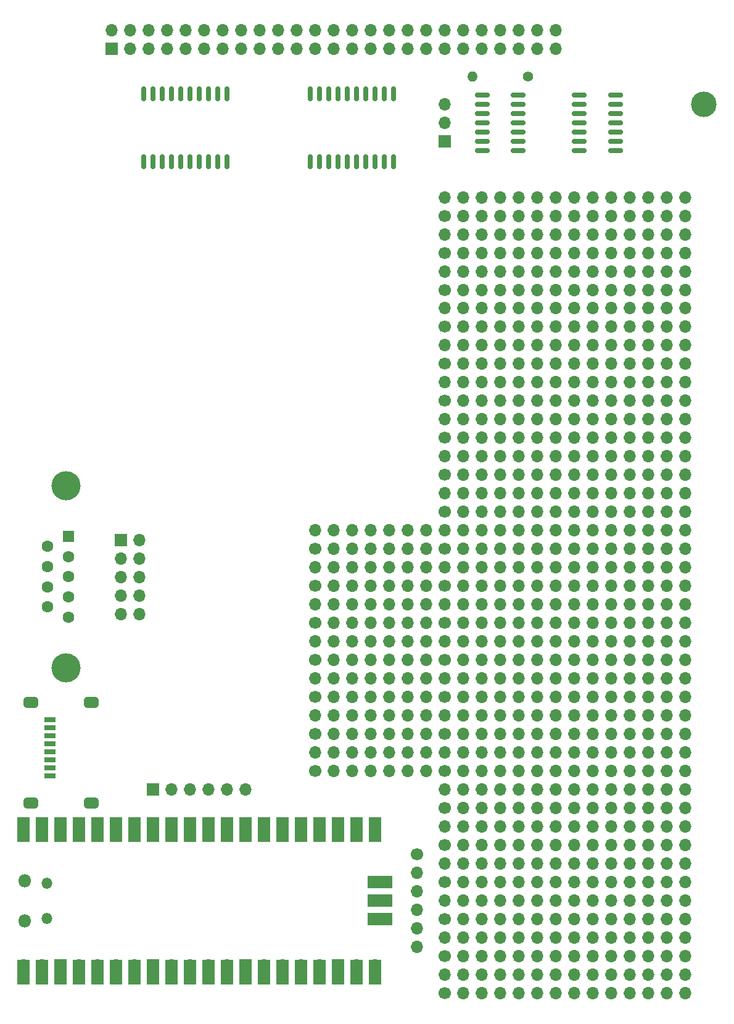
<source format=gts>
G04 #@! TF.GenerationSoftware,KiCad,Pcbnew,8.0.4*
G04 #@! TF.CreationDate,2024-11-26T20:16:45-06:00*
G04 #@! TF.ProjectId,picoMBC,7069636f-4d42-4432-9e6b-696361645f70,rev?*
G04 #@! TF.SameCoordinates,Original*
G04 #@! TF.FileFunction,Soldermask,Top*
G04 #@! TF.FilePolarity,Negative*
%FSLAX46Y46*%
G04 Gerber Fmt 4.6, Leading zero omitted, Abs format (unit mm)*
G04 Created by KiCad (PCBNEW 8.0.4) date 2024-11-26 20:16:45*
%MOMM*%
%LPD*%
G01*
G04 APERTURE LIST*
G04 Aperture macros list*
%AMRoundRect*
0 Rectangle with rounded corners*
0 $1 Rounding radius*
0 $2 $3 $4 $5 $6 $7 $8 $9 X,Y pos of 4 corners*
0 Add a 4 corners polygon primitive as box body*
4,1,4,$2,$3,$4,$5,$6,$7,$8,$9,$2,$3,0*
0 Add four circle primitives for the rounded corners*
1,1,$1+$1,$2,$3*
1,1,$1+$1,$4,$5*
1,1,$1+$1,$6,$7*
1,1,$1+$1,$8,$9*
0 Add four rect primitives between the rounded corners*
20,1,$1+$1,$2,$3,$4,$5,0*
20,1,$1+$1,$4,$5,$6,$7,0*
20,1,$1+$1,$6,$7,$8,$9,0*
20,1,$1+$1,$8,$9,$2,$3,0*%
G04 Aperture macros list end*
%ADD10C,1.700000*%
%ADD11O,1.700000X1.700000*%
%ADD12RoundRect,0.150000X-0.825000X-0.150000X0.825000X-0.150000X0.825000X0.150000X-0.825000X0.150000X0*%
%ADD13R,1.700000X1.700000*%
%ADD14R,1.500000X0.800000*%
%ADD15RoundRect,0.362500X0.637500X-0.362500X0.637500X0.362500X-0.637500X0.362500X-0.637500X-0.362500X0*%
%ADD16C,3.500000*%
%ADD17C,4.000000*%
%ADD18R,1.600000X1.600000*%
%ADD19C,1.600000*%
%ADD20RoundRect,0.150000X-0.150000X0.875000X-0.150000X-0.875000X0.150000X-0.875000X0.150000X0.875000X0*%
%ADD21C,1.400000*%
%ADD22O,1.400000X1.400000*%
%ADD23O,1.800000X1.800000*%
%ADD24O,1.500000X1.500000*%
%ADD25R,1.700000X3.500000*%
%ADD26R,3.500000X1.700000*%
G04 APERTURE END LIST*
D10*
X107950000Y-153670000D03*
D11*
X107950000Y-156210000D03*
X107950000Y-158750000D03*
X107950000Y-161290000D03*
X107950000Y-163830000D03*
X107950000Y-166370000D03*
D10*
X93980000Y-137160000D03*
D11*
X93980000Y-134620000D03*
X96520000Y-137160000D03*
X96520000Y-134620000D03*
X99059999Y-137160000D03*
X99060000Y-134620000D03*
X101600000Y-137160000D03*
X101600000Y-134620000D03*
X104140000Y-137160000D03*
X104140000Y-134620000D03*
X106680000Y-137160000D03*
X106680000Y-134620000D03*
X109220000Y-137160000D03*
X109220000Y-134620000D03*
D12*
X116905000Y-49530000D03*
X116905000Y-50800000D03*
X116905000Y-52070000D03*
X116905000Y-53340000D03*
X116905000Y-54610000D03*
X116905000Y-55880000D03*
X116905000Y-57150000D03*
X121855000Y-57150000D03*
X121855000Y-55880000D03*
X121855000Y-54610000D03*
X121855000Y-53340000D03*
X121855000Y-52070000D03*
X121855000Y-50800000D03*
X121855000Y-49530000D03*
D10*
X111770000Y-66045000D03*
D11*
X111770000Y-63505000D03*
X114310000Y-66045000D03*
X114310000Y-63505000D03*
X116849999Y-66045000D03*
X116850000Y-63505000D03*
X119390000Y-66045000D03*
X119390000Y-63505000D03*
X121930000Y-66045000D03*
X121930000Y-63505000D03*
X124470000Y-66045000D03*
X124470000Y-63505000D03*
X127010000Y-66045000D03*
X127010000Y-63505000D03*
X129550001Y-66045000D03*
X129550000Y-63505000D03*
X132090000Y-66045000D03*
X132090000Y-63505000D03*
X134630000Y-66045000D03*
X134630000Y-63505000D03*
X137170000Y-66045000D03*
X137170000Y-63505000D03*
X139709999Y-66045000D03*
X139710000Y-63505000D03*
X142250000Y-66045000D03*
X142250000Y-63505000D03*
X144790000Y-66045000D03*
X144790000Y-63505000D03*
D13*
X71755000Y-144780000D03*
D11*
X74295000Y-144780000D03*
X76834999Y-144780000D03*
X79375000Y-144780000D03*
X81915000Y-144780000D03*
X84455000Y-144780000D03*
D14*
X57590000Y-142905000D03*
X57590000Y-141805000D03*
X57590000Y-140705000D03*
X57590000Y-139605000D03*
X57590000Y-138505000D03*
X57590000Y-137405000D03*
X57590000Y-136305000D03*
X57590000Y-135205000D03*
D15*
X63290000Y-146575001D03*
X54990000Y-146575000D03*
X54990000Y-132825000D03*
X63290000Y-132824999D03*
D10*
X111760000Y-81280000D03*
D11*
X111760000Y-78740000D03*
X114300000Y-81280000D03*
X114300000Y-78740000D03*
X116839999Y-81280000D03*
X116840000Y-78740000D03*
X119380000Y-81280000D03*
X119380000Y-78740000D03*
X121920000Y-81280000D03*
X121920000Y-78740000D03*
X124460000Y-81280000D03*
X124460000Y-78740000D03*
X127000000Y-81280000D03*
X127000000Y-78740000D03*
X129540001Y-81280000D03*
X129540000Y-78740000D03*
X132080000Y-81280000D03*
X132080000Y-78740000D03*
X134620000Y-81280000D03*
X134620000Y-78740000D03*
X137160000Y-81280000D03*
X137160000Y-78740000D03*
X139699999Y-81280000D03*
X139700000Y-78740000D03*
X142240000Y-81280000D03*
X142240000Y-78740000D03*
X144780000Y-81280000D03*
X144780000Y-78740000D03*
D10*
X111760000Y-121920000D03*
D11*
X111760000Y-119380000D03*
X114300000Y-121920000D03*
X114300000Y-119380000D03*
X116839999Y-121920000D03*
X116840000Y-119380000D03*
X119380000Y-121920000D03*
X119380000Y-119380000D03*
X121920000Y-121920000D03*
X121920000Y-119380000D03*
X124460000Y-121920000D03*
X124460000Y-119380000D03*
X127000000Y-121920000D03*
X127000000Y-119380000D03*
X129540001Y-121920000D03*
X129540000Y-119380000D03*
X132080000Y-121920000D03*
X132080000Y-119380000D03*
X134620000Y-121920000D03*
X134620000Y-119380000D03*
X137160000Y-121920000D03*
X137160000Y-119380000D03*
X139699999Y-121920000D03*
X139700000Y-119380000D03*
X142240000Y-121920000D03*
X142240000Y-119380000D03*
X144780000Y-121920000D03*
X144780000Y-119380000D03*
D10*
X111760000Y-101600000D03*
D11*
X111760000Y-99060000D03*
X114300000Y-101600000D03*
X114300000Y-99060000D03*
X116839999Y-101600000D03*
X116840000Y-99060000D03*
X119380000Y-101600000D03*
X119380000Y-99060000D03*
X121920000Y-101600000D03*
X121920000Y-99060000D03*
X124460000Y-101600000D03*
X124460000Y-99060000D03*
X127000000Y-101600000D03*
X127000000Y-99060000D03*
X129540001Y-101600000D03*
X129540000Y-99060000D03*
X132080000Y-101600000D03*
X132080000Y-99060000D03*
X134620000Y-101600000D03*
X134620000Y-99060000D03*
X137160000Y-101600000D03*
X137160000Y-99060000D03*
X139699999Y-101600000D03*
X139700000Y-99060000D03*
X142240000Y-101600000D03*
X142240000Y-99060000D03*
X144780000Y-101600000D03*
X144780000Y-99060000D03*
D13*
X67305000Y-110495000D03*
D11*
X69845000Y-110495000D03*
X67305000Y-113035000D03*
X69845000Y-113035000D03*
X67305000Y-115575000D03*
X69845000Y-115575000D03*
X67305000Y-118115000D03*
X69845000Y-118115000D03*
X67305000Y-120655000D03*
X69845000Y-120655000D03*
D16*
X147320000Y-50800000D03*
D10*
X111760000Y-152400000D03*
D11*
X111760000Y-149860000D03*
X114300000Y-152400000D03*
X114300000Y-149860000D03*
X116839999Y-152400000D03*
X116840000Y-149860000D03*
X119380000Y-152400000D03*
X119380000Y-149860000D03*
X121920000Y-152400000D03*
X121920000Y-149860000D03*
X124460000Y-152400000D03*
X124460000Y-149860000D03*
X127000000Y-152400000D03*
X127000000Y-149860000D03*
X129540001Y-152400000D03*
X129540000Y-149860000D03*
X132080000Y-152400000D03*
X132080000Y-149860000D03*
X134620000Y-152400000D03*
X134620000Y-149860000D03*
X137160000Y-152400000D03*
X137160000Y-149860000D03*
X139699999Y-152400000D03*
X139700000Y-149860000D03*
X142240000Y-152400000D03*
X142240000Y-149860000D03*
X144780000Y-152400000D03*
X144780000Y-149860000D03*
D10*
X93980000Y-121920000D03*
D11*
X93980000Y-119380000D03*
X96520000Y-121920000D03*
X96520000Y-119380000D03*
X99059999Y-121920000D03*
X99060000Y-119380000D03*
X101600000Y-121920000D03*
X101600000Y-119380000D03*
X104140000Y-121920000D03*
X104140000Y-119380000D03*
X106680000Y-121920000D03*
X106680000Y-119380000D03*
X109220000Y-121920000D03*
X109220000Y-119380000D03*
D10*
X93980000Y-132080000D03*
D11*
X93980000Y-129540000D03*
X96520000Y-132080000D03*
X96520000Y-129540000D03*
X99059999Y-132080000D03*
X99060000Y-129540000D03*
X101600000Y-132080000D03*
X101600000Y-129540000D03*
X104140000Y-132080000D03*
X104140000Y-129540000D03*
X106680000Y-132080000D03*
X106680000Y-129540000D03*
X109220000Y-132080000D03*
X109220000Y-129540000D03*
D10*
X93980000Y-111760000D03*
D11*
X93980000Y-109220000D03*
X96520000Y-111760000D03*
X96520000Y-109220000D03*
X99059999Y-111760000D03*
X99060000Y-109220000D03*
X101600000Y-111760000D03*
X101600000Y-109220000D03*
X104140000Y-111760000D03*
X104140000Y-109220000D03*
X106680000Y-111760000D03*
X106680000Y-109220000D03*
X109220000Y-111760000D03*
X109220000Y-109220000D03*
D10*
X111770000Y-71125000D03*
D11*
X111770000Y-68585000D03*
X114310000Y-71125000D03*
X114310000Y-68585000D03*
X116849999Y-71125000D03*
X116850000Y-68585000D03*
X119390000Y-71125000D03*
X119390000Y-68585000D03*
X121930000Y-71125000D03*
X121930000Y-68585000D03*
X124470000Y-71125000D03*
X124470000Y-68585000D03*
X127010000Y-71125000D03*
X127010000Y-68585000D03*
X129550001Y-71125000D03*
X129550000Y-68585000D03*
X132090000Y-71125000D03*
X132090000Y-68585000D03*
X134630000Y-71125000D03*
X134630000Y-68585000D03*
X137170000Y-71125000D03*
X137170000Y-68585000D03*
X139709999Y-71125000D03*
X139710000Y-68585000D03*
X142250000Y-71125000D03*
X142250000Y-68585000D03*
X144790000Y-71125000D03*
X144790000Y-68585000D03*
D17*
X59815331Y-103059999D03*
X59815331Y-128059999D03*
D18*
X60115331Y-110019999D03*
D19*
X60115331Y-112789999D03*
X60115331Y-115560000D03*
X60115331Y-118329999D03*
X60115331Y-121099999D03*
X57275331Y-111404999D03*
X57275331Y-114174999D03*
X57275331Y-116944999D03*
X57275331Y-119714999D03*
D10*
X111760000Y-167640000D03*
D11*
X111760000Y-165100000D03*
X114300000Y-167640000D03*
X114300000Y-165100000D03*
X116839999Y-167640000D03*
X116840000Y-165100000D03*
X119380000Y-167640000D03*
X119380000Y-165100000D03*
X121920000Y-167640000D03*
X121920000Y-165100000D03*
X124460000Y-167640000D03*
X124460000Y-165100000D03*
X127000000Y-167640000D03*
X127000000Y-165100000D03*
X129540001Y-167640000D03*
X129540000Y-165100000D03*
X132080000Y-167640000D03*
X132080000Y-165100000D03*
X134620000Y-167640000D03*
X134620000Y-165100000D03*
X137160000Y-167640000D03*
X137160000Y-165100000D03*
X139699999Y-167640000D03*
X139700000Y-165100000D03*
X142240000Y-167640000D03*
X142240000Y-165100000D03*
X144780000Y-167640000D03*
X144780000Y-165100000D03*
D13*
X111760000Y-55880000D03*
D11*
X111760000Y-53340000D03*
X111760000Y-50800001D03*
D10*
X111760000Y-162560000D03*
D11*
X111760000Y-160020000D03*
X114300000Y-162560000D03*
X114300000Y-160020000D03*
X116839999Y-162560000D03*
X116840000Y-160020000D03*
X119380000Y-162560000D03*
X119380000Y-160020000D03*
X121920000Y-162560000D03*
X121920000Y-160020000D03*
X124460000Y-162560000D03*
X124460000Y-160020000D03*
X127000000Y-162560000D03*
X127000000Y-160020000D03*
X129540001Y-162560000D03*
X129540000Y-160020000D03*
X132080000Y-162560000D03*
X132080000Y-160020000D03*
X134620000Y-162560000D03*
X134620000Y-160020000D03*
X137160000Y-162560000D03*
X137160000Y-160020000D03*
X139699999Y-162560000D03*
X139700000Y-160020000D03*
X142240000Y-162560000D03*
X142240000Y-160020000D03*
X144780000Y-162560000D03*
X144780000Y-160020000D03*
D10*
X93980000Y-142240000D03*
D11*
X93980000Y-139700000D03*
X96520000Y-142240000D03*
X96520000Y-139700000D03*
X99059999Y-142240000D03*
X99060000Y-139700000D03*
X101600000Y-142240000D03*
X101600000Y-139700000D03*
X104140000Y-142240000D03*
X104140000Y-139700000D03*
X106680000Y-142240000D03*
X106680000Y-139700000D03*
X109220000Y-142240000D03*
X109220000Y-139700000D03*
D10*
X93980000Y-116840000D03*
D11*
X93980000Y-114300000D03*
X96520000Y-116840000D03*
X96520000Y-114300000D03*
X99059999Y-116840000D03*
X99060000Y-114300000D03*
X101600000Y-116840000D03*
X101600000Y-114300000D03*
X104140000Y-116840000D03*
X104140000Y-114300000D03*
X106680000Y-116840000D03*
X106680000Y-114300000D03*
X109220000Y-116840000D03*
X109220000Y-114300000D03*
D10*
X111760000Y-132080000D03*
D11*
X111760000Y-129540000D03*
X114300000Y-132080000D03*
X114300000Y-129540000D03*
X116839999Y-132080000D03*
X116840000Y-129540000D03*
X119380000Y-132080000D03*
X119380000Y-129540000D03*
X121920000Y-132080000D03*
X121920000Y-129540000D03*
X124460000Y-132080000D03*
X124460000Y-129540000D03*
X127000000Y-132080000D03*
X127000000Y-129540000D03*
X129540001Y-132080000D03*
X129540000Y-129540000D03*
X132080000Y-132080000D03*
X132080000Y-129540000D03*
X134620000Y-132080000D03*
X134620000Y-129540000D03*
X137160000Y-132080000D03*
X137160000Y-129540000D03*
X139699999Y-132080000D03*
X139700000Y-129540000D03*
X142240000Y-132080000D03*
X142240000Y-129540000D03*
X144780000Y-132080000D03*
X144780000Y-129540000D03*
D20*
X81915000Y-49325000D03*
X80645000Y-49325000D03*
X79375000Y-49324999D03*
X78105000Y-49325000D03*
X76835000Y-49325000D03*
X75565000Y-49325000D03*
X74295000Y-49325000D03*
X73025000Y-49324999D03*
X71755000Y-49325000D03*
X70485000Y-49325000D03*
X70485000Y-58625000D03*
X71755000Y-58625000D03*
X73025000Y-58625001D03*
X74295000Y-58625000D03*
X75565000Y-58625000D03*
X76835000Y-58625000D03*
X78105000Y-58625000D03*
X79375000Y-58625001D03*
X80645000Y-58625000D03*
X81915000Y-58625000D03*
D10*
X111760000Y-96520000D03*
D11*
X111760000Y-93980000D03*
X114300000Y-96520000D03*
X114300000Y-93980000D03*
X116839999Y-96520000D03*
X116840000Y-93980000D03*
X119380000Y-96520000D03*
X119380000Y-93980000D03*
X121920000Y-96520000D03*
X121920000Y-93980000D03*
X124460000Y-96520000D03*
X124460000Y-93980000D03*
X127000000Y-96520000D03*
X127000000Y-93980000D03*
X129540001Y-96520000D03*
X129540000Y-93980000D03*
X132080000Y-96520000D03*
X132080000Y-93980000D03*
X134620000Y-96520000D03*
X134620000Y-93980000D03*
X137160000Y-96520000D03*
X137160000Y-93980000D03*
X139699999Y-96520000D03*
X139700000Y-93980000D03*
X142240000Y-96520000D03*
X142240000Y-93980000D03*
X144780000Y-96520000D03*
X144780000Y-93980000D03*
D10*
X111760000Y-106680000D03*
D11*
X111760000Y-104140000D03*
X114300000Y-106680000D03*
X114300000Y-104140000D03*
X116839999Y-106680000D03*
X116840000Y-104140000D03*
X119380000Y-106680000D03*
X119380000Y-104140000D03*
X121920000Y-106680000D03*
X121920000Y-104140000D03*
X124460000Y-106680000D03*
X124460000Y-104140000D03*
X127000000Y-106680000D03*
X127000000Y-104140000D03*
X129540001Y-106680000D03*
X129540000Y-104140000D03*
X132080000Y-106680000D03*
X132080000Y-104140000D03*
X134620000Y-106680000D03*
X134620000Y-104140000D03*
X137160000Y-106680000D03*
X137160000Y-104140000D03*
X139699999Y-106680000D03*
X139700000Y-104140000D03*
X142240000Y-106680000D03*
X142240000Y-104140000D03*
X144780000Y-106680000D03*
X144780000Y-104140000D03*
D10*
X111760000Y-116840000D03*
D11*
X111760000Y-114300000D03*
X114300000Y-116840000D03*
X114300000Y-114300000D03*
X116839999Y-116840000D03*
X116840000Y-114300000D03*
X119380000Y-116840000D03*
X119380000Y-114300000D03*
X121920000Y-116840000D03*
X121920000Y-114300000D03*
X124460000Y-116840000D03*
X124460000Y-114300000D03*
X127000000Y-116840000D03*
X127000000Y-114300000D03*
X129540001Y-116840000D03*
X129540000Y-114300000D03*
X132080000Y-116840000D03*
X132080000Y-114300000D03*
X134620000Y-116840000D03*
X134620000Y-114300000D03*
X137160000Y-116840000D03*
X137160000Y-114300000D03*
X139699999Y-116840000D03*
X139700000Y-114300000D03*
X142240000Y-116840000D03*
X142240000Y-114300000D03*
X144780000Y-116840000D03*
X144780000Y-114300000D03*
D10*
X111770000Y-76205000D03*
D11*
X111770000Y-73665000D03*
X114310000Y-76205000D03*
X114310000Y-73665000D03*
X116849999Y-76205000D03*
X116850000Y-73665000D03*
X119390000Y-76205000D03*
X119390000Y-73665000D03*
X121930000Y-76205000D03*
X121930000Y-73665000D03*
X124470000Y-76205000D03*
X124470000Y-73665000D03*
X127010000Y-76205000D03*
X127010000Y-73665000D03*
X129550001Y-76205000D03*
X129550000Y-73665000D03*
X132090000Y-76205000D03*
X132090000Y-73665000D03*
X134630000Y-76205000D03*
X134630000Y-73665000D03*
X137170000Y-76205000D03*
X137170000Y-73665000D03*
X139709999Y-76205000D03*
X139710000Y-73665000D03*
X142250000Y-76205000D03*
X142250000Y-73665000D03*
X144790000Y-76205000D03*
X144790000Y-73665000D03*
D10*
X111760000Y-127000000D03*
D11*
X111760000Y-124460000D03*
X114300000Y-127000000D03*
X114300000Y-124460000D03*
X116839999Y-127000000D03*
X116840000Y-124460000D03*
X119380000Y-127000000D03*
X119380000Y-124460000D03*
X121920000Y-127000000D03*
X121920000Y-124460000D03*
X124460000Y-127000000D03*
X124460000Y-124460000D03*
X127000000Y-127000000D03*
X127000000Y-124460000D03*
X129540001Y-127000000D03*
X129540000Y-124460000D03*
X132080000Y-127000000D03*
X132080000Y-124460000D03*
X134620000Y-127000000D03*
X134620000Y-124460000D03*
X137160000Y-127000000D03*
X137160000Y-124460000D03*
X139699999Y-127000000D03*
X139700000Y-124460000D03*
X142240000Y-127000000D03*
X142240000Y-124460000D03*
X144780000Y-127000000D03*
X144780000Y-124460000D03*
D10*
X111760000Y-86360000D03*
D11*
X111760000Y-83820000D03*
X114300000Y-86360000D03*
X114300000Y-83820000D03*
X116839999Y-86360000D03*
X116840000Y-83820000D03*
X119380000Y-86360000D03*
X119380000Y-83820000D03*
X121920000Y-86360000D03*
X121920000Y-83820000D03*
X124460000Y-86360000D03*
X124460000Y-83820000D03*
X127000000Y-86360000D03*
X127000000Y-83820000D03*
X129540001Y-86360000D03*
X129540000Y-83820000D03*
X132080000Y-86360000D03*
X132080000Y-83820000D03*
X134620000Y-86360000D03*
X134620000Y-83820000D03*
X137160000Y-86360000D03*
X137160000Y-83820000D03*
X139699999Y-86360000D03*
X139700000Y-83820000D03*
X142240000Y-86360000D03*
X142240000Y-83820000D03*
X144780000Y-86360000D03*
X144780000Y-83820000D03*
D10*
X111760000Y-147320000D03*
D11*
X111760000Y-144780000D03*
X114300000Y-147320000D03*
X114300000Y-144780000D03*
X116839999Y-147320000D03*
X116840000Y-144780000D03*
X119380000Y-147320000D03*
X119380000Y-144780000D03*
X121920000Y-147320000D03*
X121920000Y-144780000D03*
X124460000Y-147320000D03*
X124460000Y-144780000D03*
X127000000Y-147320000D03*
X127000000Y-144780000D03*
X129540001Y-147320000D03*
X129540000Y-144780000D03*
X132080000Y-147320000D03*
X132080000Y-144780000D03*
X134620000Y-147320000D03*
X134620000Y-144780000D03*
X137160000Y-147320000D03*
X137160000Y-144780000D03*
X139699999Y-147320000D03*
X139700000Y-144780000D03*
X142240000Y-147320000D03*
X142240000Y-144780000D03*
X144780000Y-147320000D03*
X144780000Y-144780000D03*
D10*
X111760000Y-91440000D03*
D11*
X111760000Y-88900000D03*
X114300000Y-91440000D03*
X114300000Y-88900000D03*
X116839999Y-91440000D03*
X116840000Y-88900000D03*
X119380000Y-91440000D03*
X119380000Y-88900000D03*
X121920000Y-91440000D03*
X121920000Y-88900000D03*
X124460000Y-91440000D03*
X124460000Y-88900000D03*
X127000000Y-91440000D03*
X127000000Y-88900000D03*
X129540001Y-91440000D03*
X129540000Y-88900000D03*
X132080000Y-91440000D03*
X132080000Y-88900000D03*
X134620000Y-91440000D03*
X134620000Y-88900000D03*
X137160000Y-91440000D03*
X137160000Y-88900000D03*
X139699999Y-91440000D03*
X139700000Y-88900000D03*
X142240000Y-91440000D03*
X142240000Y-88900000D03*
X144780000Y-91440000D03*
X144780000Y-88900000D03*
D10*
X111760000Y-142240000D03*
D11*
X111760000Y-139700000D03*
X114300000Y-142240000D03*
X114300000Y-139700000D03*
X116839999Y-142240000D03*
X116840000Y-139700000D03*
X119380000Y-142240000D03*
X119380000Y-139700000D03*
X121920000Y-142240000D03*
X121920000Y-139700000D03*
X124460000Y-142240000D03*
X124460000Y-139700000D03*
X127000000Y-142240000D03*
X127000000Y-139700000D03*
X129540001Y-142240000D03*
X129540000Y-139700000D03*
X132080000Y-142240000D03*
X132080000Y-139700000D03*
X134620000Y-142240000D03*
X134620000Y-139700000D03*
X137160000Y-142240000D03*
X137160000Y-139700000D03*
X139699999Y-142240000D03*
X139700000Y-139700000D03*
X142240000Y-142240000D03*
X142240000Y-139700000D03*
X144780000Y-142240000D03*
X144780000Y-139700000D03*
D10*
X93980000Y-127000000D03*
D11*
X93980000Y-124460000D03*
X96520000Y-127000000D03*
X96520000Y-124460000D03*
X99059999Y-127000000D03*
X99060000Y-124460000D03*
X101600000Y-127000000D03*
X101600000Y-124460000D03*
X104140000Y-127000000D03*
X104140000Y-124460000D03*
X106680000Y-127000000D03*
X106680000Y-124460000D03*
X109220000Y-127000000D03*
X109220000Y-124460000D03*
D20*
X104775000Y-49325000D03*
X103505000Y-49325000D03*
X102235000Y-49324999D03*
X100965000Y-49325000D03*
X99695000Y-49325000D03*
X98425000Y-49325000D03*
X97155000Y-49325000D03*
X95885000Y-49324999D03*
X94615000Y-49325000D03*
X93345000Y-49325000D03*
X93345000Y-58625000D03*
X94615000Y-58625000D03*
X95885000Y-58625001D03*
X97155000Y-58625000D03*
X98425000Y-58625000D03*
X99695000Y-58625000D03*
X100965000Y-58625000D03*
X102235000Y-58625001D03*
X103505000Y-58625000D03*
X104775000Y-58625000D03*
D21*
X123190000Y-46990000D03*
D22*
X115570000Y-46990000D03*
D12*
X130240000Y-49530000D03*
X130240000Y-50800000D03*
X130240000Y-52070000D03*
X130240000Y-53340000D03*
X130240000Y-54610000D03*
X130240000Y-55880000D03*
X130240000Y-57150000D03*
X135190000Y-57150000D03*
X135190000Y-55880000D03*
X135190000Y-54610000D03*
X135190000Y-53340000D03*
X135190000Y-52070000D03*
X135190000Y-50800000D03*
X135190000Y-49530000D03*
D10*
X111760000Y-157480000D03*
D11*
X111760000Y-154940000D03*
X114300000Y-157480000D03*
X114300000Y-154940000D03*
X116839999Y-157480000D03*
X116840000Y-154940000D03*
X119380000Y-157480000D03*
X119380000Y-154940000D03*
X121920000Y-157480000D03*
X121920000Y-154940000D03*
X124460000Y-157480000D03*
X124460000Y-154940000D03*
X127000000Y-157480000D03*
X127000000Y-154940000D03*
X129540001Y-157480000D03*
X129540000Y-154940000D03*
X132080000Y-157480000D03*
X132080000Y-154940000D03*
X134620000Y-157480000D03*
X134620000Y-154940000D03*
X137160000Y-157480000D03*
X137160000Y-154940000D03*
X139699999Y-157480000D03*
X139700000Y-154940000D03*
X142240000Y-157480000D03*
X142240000Y-154940000D03*
X144780000Y-157480000D03*
X144780000Y-154940000D03*
D10*
X111760000Y-111760000D03*
D11*
X111760000Y-109220000D03*
X114300000Y-111760000D03*
X114300000Y-109220000D03*
X116839999Y-111760000D03*
X116840000Y-109220000D03*
X119380000Y-111760000D03*
X119380000Y-109220000D03*
X121920000Y-111760000D03*
X121920000Y-109220000D03*
X124460000Y-111760000D03*
X124460000Y-109220000D03*
X127000000Y-111760000D03*
X127000000Y-109220000D03*
X129540001Y-111760000D03*
X129540000Y-109220000D03*
X132080000Y-111760000D03*
X132080000Y-109220000D03*
X134620000Y-111760000D03*
X134620000Y-109220000D03*
X137160000Y-111760000D03*
X137160000Y-109220000D03*
X139699999Y-111760000D03*
X139700000Y-109220000D03*
X142240000Y-111760000D03*
X142240000Y-109220000D03*
X144780000Y-111760000D03*
X144780000Y-109220000D03*
D23*
X54105000Y-162745000D03*
D24*
X57135000Y-162445000D03*
X57135000Y-157595000D03*
D23*
X54105000Y-157295000D03*
D11*
X53975000Y-168910000D03*
D25*
X53975000Y-169810000D03*
D11*
X56515000Y-168910000D03*
D25*
X56515000Y-169810000D03*
D13*
X59055000Y-168910000D03*
D25*
X59055000Y-169810000D03*
D11*
X61595000Y-168910000D03*
D25*
X61595000Y-169810000D03*
D11*
X64135000Y-168910000D03*
D25*
X64135000Y-169810000D03*
D11*
X66675000Y-168910000D03*
D25*
X66675000Y-169810000D03*
D11*
X69215000Y-168910000D03*
D25*
X69215000Y-169810000D03*
D13*
X71755000Y-168910000D03*
D25*
X71755000Y-169810000D03*
D11*
X74295000Y-168910000D03*
D25*
X74295000Y-169810000D03*
D11*
X76835000Y-168910000D03*
D25*
X76835000Y-169810000D03*
D11*
X79375000Y-168910000D03*
D25*
X79375000Y-169810000D03*
D11*
X81915000Y-168910000D03*
D25*
X81915000Y-169810000D03*
D13*
X84455000Y-168910000D03*
D25*
X84455000Y-169810000D03*
D11*
X86995000Y-168910000D03*
D25*
X86995000Y-169810000D03*
D11*
X89535000Y-168910000D03*
D25*
X89535000Y-169810000D03*
D11*
X92075000Y-168910000D03*
D25*
X92075000Y-169810000D03*
D11*
X94615000Y-168910000D03*
D25*
X94615000Y-169810000D03*
D13*
X97155000Y-168910000D03*
D25*
X97155000Y-169810000D03*
D11*
X99695000Y-168910000D03*
D25*
X99695000Y-169810000D03*
D11*
X102235000Y-168910000D03*
D25*
X102235000Y-169810000D03*
D11*
X102235000Y-151130000D03*
D25*
X102235000Y-150230000D03*
D11*
X99695000Y-151130000D03*
D25*
X99695000Y-150230000D03*
D13*
X97155000Y-151130000D03*
D25*
X97155000Y-150230000D03*
D11*
X94615000Y-151130000D03*
D25*
X94615000Y-150230000D03*
D11*
X92075000Y-151130000D03*
D25*
X92075000Y-150230000D03*
D11*
X89535000Y-151130000D03*
D25*
X89535000Y-150230000D03*
D11*
X86995000Y-151130000D03*
D25*
X86995000Y-150230000D03*
D13*
X84455000Y-151130000D03*
D25*
X84455000Y-150230000D03*
D11*
X81915000Y-151130000D03*
D25*
X81915000Y-150230000D03*
D11*
X79375000Y-151130000D03*
D25*
X79375000Y-150230000D03*
D11*
X76835000Y-151130000D03*
D25*
X76835000Y-150230000D03*
D11*
X74295000Y-151130000D03*
D25*
X74295000Y-150230000D03*
D13*
X71755000Y-151130000D03*
D25*
X71755000Y-150230000D03*
D11*
X69215000Y-151130000D03*
D25*
X69215000Y-150230000D03*
D11*
X66675000Y-151130000D03*
D25*
X66675000Y-150230000D03*
D11*
X64135000Y-151130000D03*
D25*
X64135000Y-150230000D03*
D11*
X61595000Y-151130000D03*
D25*
X61595000Y-150230000D03*
D13*
X59055000Y-151130000D03*
D25*
X59055000Y-150230000D03*
D11*
X56515000Y-151130000D03*
D25*
X56515000Y-150230000D03*
D11*
X53975000Y-151130000D03*
D25*
X53975000Y-150230000D03*
D11*
X102005000Y-162560000D03*
D26*
X102905000Y-162560000D03*
D13*
X102005000Y-160020000D03*
D26*
X102905000Y-160020000D03*
D11*
X102005000Y-157480000D03*
D26*
X102905000Y-157480000D03*
D10*
X111760000Y-172720000D03*
D11*
X111760000Y-170180000D03*
X114300000Y-172720000D03*
X114300000Y-170180000D03*
X116839999Y-172720000D03*
X116840000Y-170180000D03*
X119380000Y-172720000D03*
X119380000Y-170180000D03*
X121920000Y-172720000D03*
X121920000Y-170180000D03*
X124460000Y-172720000D03*
X124460000Y-170180000D03*
X127000000Y-172720000D03*
X127000000Y-170180000D03*
X129540001Y-172720000D03*
X129540000Y-170180000D03*
X132080000Y-172720000D03*
X132080000Y-170180000D03*
X134620000Y-172720000D03*
X134620000Y-170180000D03*
X137160000Y-172720000D03*
X137160000Y-170180000D03*
X139699999Y-172720000D03*
X139700000Y-170180000D03*
X142240000Y-172720000D03*
X142240000Y-170180000D03*
X144780000Y-172720000D03*
X144780000Y-170180000D03*
D13*
X66040000Y-43180000D03*
D11*
X66040000Y-40640000D03*
X68580000Y-43180000D03*
X68580000Y-40640000D03*
X71120000Y-43180000D03*
X71120000Y-40640000D03*
X73660000Y-43180000D03*
X73660000Y-40640000D03*
X76200000Y-43180000D03*
X76200000Y-40640000D03*
X78740000Y-43180000D03*
X78740000Y-40640000D03*
X81280000Y-43180000D03*
X81280000Y-40640000D03*
X83820000Y-43180000D03*
X83820000Y-40640000D03*
X86360000Y-43180000D03*
X86360000Y-40640000D03*
X88900000Y-43180000D03*
X88900000Y-40640000D03*
X91440000Y-43180000D03*
X91440000Y-40640000D03*
X93980000Y-43180000D03*
X93980000Y-40640000D03*
X96520000Y-43180000D03*
X96520000Y-40640000D03*
X99060000Y-43180000D03*
X99060000Y-40640000D03*
X101600000Y-43180000D03*
X101600000Y-40640000D03*
X104140000Y-43180000D03*
X104140000Y-40640000D03*
X106680000Y-43180000D03*
X106680000Y-40640000D03*
X109220000Y-43180000D03*
X109220000Y-40640000D03*
X111760000Y-43180000D03*
X111760000Y-40640000D03*
X114300000Y-43180000D03*
X114300000Y-40640000D03*
X116840000Y-43180000D03*
X116840000Y-40640000D03*
X119380000Y-43180000D03*
X119380000Y-40640000D03*
X121920000Y-43180000D03*
X121920000Y-40640000D03*
X124460000Y-43180000D03*
X124460000Y-40640000D03*
X127000000Y-43180000D03*
X127000000Y-40640000D03*
D10*
X111760000Y-137160000D03*
D11*
X111760000Y-134620000D03*
X114300000Y-137160000D03*
X114300000Y-134620000D03*
X116839999Y-137160000D03*
X116840000Y-134620000D03*
X119380000Y-137160000D03*
X119380000Y-134620000D03*
X121920000Y-137160000D03*
X121920000Y-134620000D03*
X124460000Y-137160000D03*
X124460000Y-134620000D03*
X127000000Y-137160000D03*
X127000000Y-134620000D03*
X129540001Y-137160000D03*
X129540000Y-134620000D03*
X132080000Y-137160000D03*
X132080000Y-134620000D03*
X134620000Y-137160000D03*
X134620000Y-134620000D03*
X137160000Y-137160000D03*
X137160000Y-134620000D03*
X139699999Y-137160000D03*
X139700000Y-134620000D03*
X142240000Y-137160000D03*
X142240000Y-134620000D03*
X144780000Y-137160000D03*
X144780000Y-134620000D03*
M02*

</source>
